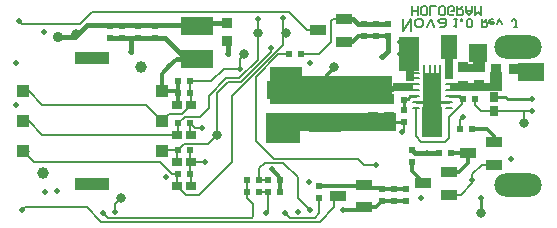
<source format=gbl>
G04 Layer_Physical_Order=4*
G04 Layer_Color=16711680*
%FSLAX25Y25*%
%MOIN*%
G70*
G01*
G75*
%ADD21R,0.02028X0.02362*%
%ADD22R,0.02362X0.02028*%
%ADD23R,0.03347X0.02559*%
G04:AMPARAMS|DCode=25|XSize=31.5mil|YSize=31.5mil|CornerRadius=15.75mil|HoleSize=0mil|Usage=FLASHONLY|Rotation=90.000|XOffset=0mil|YOffset=0mil|HoleType=Round|Shape=RoundedRectangle|*
%AMROUNDEDRECTD25*
21,1,0.03150,0.00000,0,0,90.0*
21,1,0.00000,0.03150,0,0,90.0*
1,1,0.03150,0.00000,0.00000*
1,1,0.03150,0.00000,0.00000*
1,1,0.03150,0.00000,0.00000*
1,1,0.03150,0.00000,0.00000*
%
%ADD25ROUNDEDRECTD25*%
%ADD26C,0.00700*%
%ADD27C,0.01200*%
%ADD29C,0.01500*%
%ADD30C,0.01000*%
%ADD35O,0.15748X0.07874*%
%ADD36C,0.03937*%
%ADD37C,0.02000*%
%ADD38C,0.03600*%
%ADD47R,0.05500X0.03500*%
%ADD48R,0.04331X0.03937*%
%ADD49R,0.11811X0.03937*%
%ADD50R,0.03700X0.03600*%
G04:AMPARAMS|DCode=51|XSize=9.45mil|YSize=23.62mil|CornerRadius=4.73mil|HoleSize=0mil|Usage=FLASHONLY|Rotation=90.000|XOffset=0mil|YOffset=0mil|HoleType=Round|Shape=RoundedRectangle|*
%AMROUNDEDRECTD51*
21,1,0.00945,0.01417,0,0,90.0*
21,1,0.00000,0.02362,0,0,90.0*
1,1,0.00945,0.00709,0.00000*
1,1,0.00945,0.00709,0.00000*
1,1,0.00945,-0.00709,0.00000*
1,1,0.00945,-0.00709,0.00000*
%
%ADD51ROUNDEDRECTD51*%
%ADD52R,0.00787X0.03150*%
%ADD53R,0.06220X0.11220*%
%ADD54R,0.02559X0.03347*%
%ADD55R,0.11000X0.06300*%
%ADD56R,0.03600X0.03700*%
%ADD57R,0.09000X0.06100*%
%ADD58R,0.05700X0.08200*%
%ADD59R,0.02600X0.07300*%
%ADD60R,0.40863X0.09263*%
%ADD61R,0.07137X0.03000*%
%ADD62R,0.07100X0.11300*%
%ADD63R,0.03000X0.14200*%
%ADD64R,0.17600X0.03000*%
%ADD65R,0.09000X0.03000*%
%ADD66R,0.04300X0.07300*%
%ADD67R,0.06500X0.10000*%
%ADD68R,0.43800X0.06000*%
%ADD69R,0.10500X0.07000*%
%ADD70R,0.11500X0.07500*%
%ADD71R,0.05900X0.05900*%
%ADD72R,0.04000X0.05300*%
D21*
X93018Y12000D02*
D03*
X88982D02*
D03*
X150018Y25000D02*
D03*
X145982D02*
D03*
X157018Y33000D02*
D03*
X152982D02*
D03*
X58982Y49000D02*
D03*
X63018D02*
D03*
Y35000D02*
D03*
X58982D02*
D03*
X63018Y18000D02*
D03*
X58982D02*
D03*
X93018Y16000D02*
D03*
X88982D02*
D03*
X63018Y26000D02*
D03*
X58982D02*
D03*
Y45000D02*
D03*
X63018D02*
D03*
X157818Y43000D02*
D03*
X153782D02*
D03*
X86018Y16000D02*
D03*
X81982D02*
D03*
X86018Y12000D02*
D03*
X81982D02*
D03*
X100018Y58000D02*
D03*
X95982D02*
D03*
D22*
X129000Y68018D02*
D03*
Y63982D02*
D03*
X135000Y8982D02*
D03*
Y13018D02*
D03*
X127000Y8982D02*
D03*
Y13018D02*
D03*
X131000Y8982D02*
D03*
Y13018D02*
D03*
X137000Y26018D02*
D03*
Y21982D02*
D03*
X134163Y39581D02*
D03*
Y35545D02*
D03*
Y46981D02*
D03*
Y42945D02*
D03*
X51200Y67518D02*
D03*
Y63482D02*
D03*
X40400Y67518D02*
D03*
Y63482D02*
D03*
X45600Y67518D02*
D03*
Y63482D02*
D03*
X36400Y67518D02*
D03*
Y63482D02*
D03*
X106000Y14018D02*
D03*
Y9982D02*
D03*
X121000Y68018D02*
D03*
Y63982D02*
D03*
X125000Y68018D02*
D03*
Y63982D02*
D03*
D23*
X63362Y41000D02*
D03*
X58638D02*
D03*
X58638Y22000D02*
D03*
X63362D02*
D03*
X58638Y14000D02*
D03*
X63362D02*
D03*
X58638Y31000D02*
D03*
X63362D02*
D03*
D25*
X40000Y10000D02*
D03*
X174200Y35100D02*
D03*
X160000Y5000D02*
D03*
X111000Y53900D02*
D03*
X25000Y64700D02*
D03*
X81000Y58000D02*
D03*
X85600Y65000D02*
D03*
X95000D02*
D03*
X72000Y31000D02*
D03*
D26*
X121000Y21000D02*
X125000D01*
X121000Y6000D02*
X121982Y6982D01*
X114000Y6018D02*
X114018Y6000D01*
X64495Y33523D02*
X67000D01*
X63018Y18000D02*
Y26000D01*
X100018Y58000D02*
X106000D01*
X110000Y62000D01*
Y69000D01*
X110700Y69700D01*
X114350D01*
X96000Y72000D02*
X102000Y66000D01*
X105650D01*
X92398Y58000D02*
X95982D01*
X85000Y29000D02*
Y50602D01*
X92398Y58000D01*
X94000Y61299D02*
Y70000D01*
X77000Y44299D02*
X94000Y61299D01*
X119000Y23000D02*
X121000Y21000D01*
X94697Y23000D02*
X119000D01*
X94533Y23165D02*
X94697Y23000D01*
X90835Y23165D02*
X94533D01*
X85000Y29000D02*
X90835Y23165D01*
X77000Y22000D02*
Y44299D01*
X86800Y55900D02*
X90100Y59200D01*
X86800Y55803D02*
Y55900D01*
X79797Y48800D02*
X86800Y55803D01*
X75497Y48800D02*
X79797D01*
X82000Y9982D02*
Y16000D01*
X99000Y10000D02*
X103000Y6000D01*
X99000Y10000D02*
Y17000D01*
X94035Y21965D02*
X99000Y17000D01*
X88000Y21965D02*
X94035D01*
X86018Y19982D02*
X88000Y21965D01*
X86018Y16000D02*
Y19982D01*
Y16000D02*
X88982D01*
X88200Y5000D02*
X88982Y5782D01*
Y12000D01*
X86018D02*
X88982D01*
X82000Y9982D02*
X84000Y7982D01*
Y4000D02*
Y7982D01*
X126618Y13400D02*
X127000Y13018D01*
X111000Y7000D02*
Y10000D01*
X106300Y2300D02*
X111000Y7000D01*
X33300Y2300D02*
X106300D01*
X63018Y18000D02*
X63362Y17655D01*
Y14000D02*
Y17655D01*
Y22000D02*
X68000D01*
X57000Y18000D02*
X58982D01*
X53000Y22000D02*
X57000Y18000D01*
X10933Y22000D02*
X53000D01*
X58638Y17655D02*
X58982Y18000D01*
X58638Y14000D02*
Y17655D01*
Y14000D02*
X61638Y11000D01*
X66000D01*
X58638Y25655D02*
X58982Y26000D01*
X58638Y22000D02*
Y25655D01*
X7110Y25823D02*
X10933Y22000D01*
X66000Y11000D02*
X77000Y22000D01*
X69200Y40000D02*
Y44200D01*
X66231Y37031D02*
X69200Y40000D01*
X61090Y37031D02*
X66231D01*
X59059Y35000D02*
X61090Y37031D01*
X58982Y35000D02*
X59059D01*
X13700Y31300D02*
X55000D01*
X55300Y31000D01*
X58638D01*
X58982Y31345D02*
Y35000D01*
X58638Y31000D02*
X58982Y31345D01*
X63018Y31345D02*
X63362Y31000D01*
X63018Y31345D02*
Y35000D01*
X64495Y33523D01*
X60362Y38000D02*
X63362Y41000D01*
X55744Y38000D02*
X60362D01*
X53567Y35823D02*
X55744Y38000D01*
X58982Y26000D02*
X61013Y28031D01*
X64384D01*
X64415Y28000D02*
X69000D01*
X64384Y28031D02*
X64415Y28000D01*
X69000D02*
X72000Y31000D01*
X70000Y49000D02*
X74100Y53100D01*
X63018Y49000D02*
X70000D01*
X63018Y45000D02*
Y49000D01*
Y45000D02*
X63362Y44655D01*
Y41000D02*
Y44655D01*
X53567Y25823D02*
X53744Y26000D01*
X58982D01*
X106000Y5000D02*
Y9982D01*
X104500Y3500D02*
X106000Y5000D01*
X96171Y3500D02*
X104500D01*
X160300Y21300D02*
X164350D01*
X157000Y18000D02*
X160300Y21300D01*
X157000Y16000D02*
Y18000D01*
X153300Y11300D02*
X157000Y15000D01*
X149350Y11300D02*
X153300D01*
X157000Y15000D02*
Y16000D01*
X174200Y35100D02*
Y39238D01*
X176762D01*
X164300D02*
X174200D01*
X176762D02*
X177000Y39000D01*
X38000Y8000D02*
X40000Y10000D01*
X85600Y69900D02*
Y70500D01*
Y65000D02*
Y69900D01*
Y56300D02*
Y65000D01*
X72000Y45303D02*
X75497Y48800D01*
X72000Y31000D02*
Y45303D01*
X8000Y7000D02*
X28600D01*
X7000Y6000D02*
X8000Y7000D01*
X6000Y69000D02*
X7000Y68000D01*
X26300D01*
X38000Y5500D02*
X38000Y5500D01*
X38000Y5500D02*
Y8000D01*
X79500Y56500D02*
X81000Y58000D01*
X79500Y53100D02*
Y56500D01*
X88200Y5000D02*
Y5600D01*
X140000Y28900D02*
X147900D01*
X138151Y30749D02*
Y40131D01*
X134363Y35667D02*
X135051Y34979D01*
X138151Y30749D02*
X140000Y28900D01*
X133700Y32000D02*
X134163Y32463D01*
Y35519D01*
Y35545D01*
X102482Y15518D02*
X102500Y15500D01*
X157818Y41282D02*
Y43000D01*
Y41282D02*
X159862Y39238D01*
X164300D01*
X30300Y72000D02*
X96000D01*
X7110Y35823D02*
X9177D01*
X13700Y31300D01*
X7110Y25823D02*
X9177D01*
X13700Y41300D02*
X48090D01*
X53567Y35823D01*
X26300Y68000D02*
X30300Y72000D01*
X7110Y45823D02*
X9177D01*
X13700Y41300D01*
X74100Y53100D02*
X79500D01*
X75000Y50000D02*
X79300D01*
X69200Y44200D02*
X75000Y50000D01*
X79300D02*
X85600Y56300D01*
X28600Y7000D02*
X33300Y2300D01*
X34000Y5000D02*
X35500Y3500D01*
X147900Y28900D02*
X149300Y30300D01*
X83500Y3500D02*
X84000Y4000D01*
X35500Y3500D02*
X83500D01*
X91356Y28756D02*
X92000Y29400D01*
X152982Y33000D02*
Y35982D01*
X154000Y37000D01*
X149300Y30300D02*
Y37300D01*
X153550Y41550D01*
Y43122D01*
X154028Y43600D01*
X94601Y5070D02*
X96171Y3500D01*
X151000Y69700D02*
X151833D01*
X151417D01*
Y67201D01*
X151000Y67617D01*
X153083Y69700D02*
Y69283D01*
X153499D01*
Y69700D01*
X153083D01*
X155165Y67617D02*
X155582Y67201D01*
X156415D01*
X156831Y67617D01*
Y69283D01*
X156415Y69700D01*
X155582D01*
X155165Y69283D01*
Y67617D01*
X160164Y69700D02*
Y67201D01*
X161413D01*
X161830Y67617D01*
Y68450D01*
X161413Y68867D01*
X160164D01*
X160997D02*
X161830Y69700D01*
X163912D02*
X163079D01*
X162663Y69283D01*
Y68450D01*
X163079Y68034D01*
X163912D01*
X164329Y68450D01*
Y68867D01*
X162663D01*
X165162Y68034D02*
X165995Y69700D01*
X166828Y68034D01*
X171827Y67201D02*
X170993D01*
X171410D01*
Y69283D01*
X170993Y69700D01*
X170577D01*
X170160Y69283D01*
X137000Y71001D02*
Y74000D01*
Y72500D01*
X138999D01*
Y71001D01*
Y74000D01*
X141499Y71001D02*
X140499D01*
X139999Y71501D01*
Y73500D01*
X140499Y74000D01*
X141499D01*
X141998Y73500D01*
Y71501D01*
X141499Y71001D01*
X142998D02*
Y74000D01*
X144997D01*
X147497Y71001D02*
X146497D01*
X145997Y71501D01*
Y73500D01*
X146497Y74000D01*
X147497D01*
X147996Y73500D01*
Y71501D01*
X147497Y71001D01*
X150996Y71501D02*
X150496Y71001D01*
X149496D01*
X148996Y71501D01*
Y73500D01*
X149496Y74000D01*
X150496D01*
X150996Y73500D01*
Y72500D01*
X149996D01*
X151995Y74000D02*
Y71001D01*
X153495D01*
X153995Y71501D01*
Y72500D01*
X153495Y73000D01*
X151995D01*
X152995D02*
X153995Y74000D01*
X154994D02*
Y72001D01*
X155994Y71001D01*
X156993Y72001D01*
Y74000D01*
Y72500D01*
X154994D01*
X157993Y74000D02*
Y71001D01*
X158993Y72001D01*
X159993Y71001D01*
Y74000D01*
X134000Y69700D02*
Y65801D01*
X136599Y69700D01*
Y65801D01*
X138549Y69700D02*
X139848D01*
X140498Y69050D01*
Y67751D01*
X139848Y67101D01*
X138549D01*
X137899Y67751D01*
Y69050D01*
X138549Y69700D01*
X141797Y67101D02*
X143097Y69700D01*
X144397Y67101D01*
X146346D02*
X147646D01*
X148295Y67751D01*
Y69700D01*
X146346D01*
X145696Y69050D01*
X146346Y68400D01*
X148295D01*
D27*
X114018Y6000D02*
X121000D01*
X114350Y62300D02*
X117300D01*
X118982Y63982D01*
X121000D01*
X125000D01*
X129000D01*
X93018Y12000D02*
Y16000D01*
Y16782D01*
X90100Y19700D02*
X93018Y16782D01*
X121982Y6982D02*
X125000D01*
X127000Y8982D01*
X131000D01*
X135000D01*
X131000Y13018D02*
X135000D01*
X127000D02*
X131000D01*
X58638Y41000D02*
X58982Y41344D01*
Y45000D01*
Y49000D01*
X58159Y45823D02*
X58982Y45000D01*
X53567Y45823D02*
X58159D01*
X53567Y51567D02*
X56000Y54000D01*
X53567Y45823D02*
Y51567D01*
X56000Y54000D02*
X58600Y56600D01*
X155650Y21650D02*
Y25000D01*
X152700Y18700D02*
X155650Y21650D01*
X149350Y18700D02*
X152700D01*
X150018Y25000D02*
X155650D01*
X164350Y28700D02*
Y30650D01*
X162000Y33000D02*
X164350Y30650D01*
X157018Y33000D02*
X162000D01*
X159300Y47450D02*
X160000Y46750D01*
X137000Y19000D02*
X139982Y16018D01*
X137000Y19000D02*
Y21982D01*
X139982Y15668D02*
X140650Y15000D01*
X139982Y15668D02*
Y16018D01*
X121000Y13400D02*
X126618D01*
X106000Y14018D02*
X121000D01*
D29*
X129000Y59100D02*
Y63982D01*
X126900Y57000D02*
X129000Y59100D01*
X121000Y68018D02*
X125000D01*
X129000D01*
X118982D02*
X121000D01*
X117300Y69700D02*
X118982Y68018D01*
X114350Y69700D02*
X117300D01*
X58600Y56600D02*
X65300D01*
X130755Y47055D02*
X134363D01*
X142000Y25000D02*
X145982D01*
X51200Y63482D02*
X54718D01*
X61400Y56800D01*
X65400Y67800D02*
X66150Y68550D01*
X73900D01*
X75400Y62450D02*
X75700Y62150D01*
Y58100D02*
Y62150D01*
X36400Y63482D02*
X40300D01*
X45600D02*
X50800D01*
X45600Y67818D02*
X45700Y67918D01*
X51200D02*
X51318Y67800D01*
X129363Y43187D02*
Y45663D01*
X130755Y47055D01*
X43100Y58700D02*
Y63482D01*
X18900Y63862D02*
X24462D01*
X137000Y26018D02*
X138018Y25000D01*
X40400Y63482D02*
X43100D01*
X45600D01*
X138018Y25000D02*
X142000D01*
X24462Y63862D02*
X28418Y67818D01*
X45600D01*
X45700Y67918D02*
X51200D01*
X51318Y67800D02*
X65400D01*
D30*
X143663Y43737D02*
Y46037D01*
Y43737D02*
X145300Y42100D01*
X142426D02*
X143663Y43337D01*
X138151Y42100D02*
X142426D01*
X134163Y35667D02*
X134363D01*
X130731Y35519D02*
X134163D01*
Y42945D02*
Y43019D01*
Y39581D02*
Y42945D01*
Y39555D02*
Y39581D01*
X169000Y43000D02*
X177000D01*
X168038Y43962D02*
X169000Y43000D01*
X164300Y43962D02*
X168038D01*
X160000Y5000D02*
Y10000D01*
X107800Y50700D02*
X111000Y53900D01*
X107800Y46200D02*
Y50700D01*
X152604Y44068D02*
X153550Y43122D01*
X134363Y43167D02*
X135493D01*
X136394Y44068D01*
X138151D01*
X129363Y36887D02*
X130731Y35519D01*
X134363Y39407D02*
Y39555D01*
Y43019D02*
Y43167D01*
X145300Y42100D02*
X149175D01*
X143663Y43337D02*
Y43737D01*
X149175Y44068D02*
X152604D01*
D35*
X172100Y60431D02*
D03*
Y14368D02*
D03*
D36*
X46677Y53933D02*
D03*
X14000Y18500D02*
D03*
D37*
X125000Y21000D02*
D03*
X103000Y55000D02*
D03*
X140000Y10000D02*
D03*
X68000Y22000D02*
D03*
X170000Y23000D02*
D03*
X177000Y43000D02*
D03*
Y39000D02*
D03*
X160000Y10000D02*
D03*
X5000Y55000D02*
D03*
X38000Y5500D02*
D03*
X157000Y60000D02*
D03*
X160000Y58000D02*
D03*
X133000D02*
D03*
Y62000D02*
D03*
X157000Y16000D02*
D03*
X6000Y69000D02*
D03*
X14200Y65600D02*
D03*
X14500Y12100D02*
D03*
X133700Y32000D02*
D03*
X98000Y29400D02*
D03*
X92000Y52400D02*
D03*
Y29400D02*
D03*
X95000Y52400D02*
D03*
X75700Y58100D02*
D03*
X85600Y69900D02*
D03*
X7000Y6000D02*
D03*
X141800Y49037D02*
D03*
X103000Y6000D02*
D03*
X34000Y5000D02*
D03*
X79500Y53100D02*
D03*
X94000Y70000D02*
D03*
X90000Y60000D02*
D03*
X18700Y12400D02*
D03*
X144800Y43132D02*
D03*
X102500Y15500D02*
D03*
X88200Y5000D02*
D03*
X126900Y57000D02*
D03*
X90100Y19700D02*
D03*
X55000Y17000D02*
D03*
X43100Y58700D02*
D03*
X141800Y47069D02*
D03*
X144800Y45100D02*
D03*
X141800Y43132D02*
D03*
X144800Y49037D02*
D03*
Y47069D02*
D03*
X141800Y45100D02*
D03*
X98000Y52400D02*
D03*
X95000Y29400D02*
D03*
X94601Y5070D02*
D03*
X99000Y5500D02*
D03*
X150100Y62500D02*
D03*
Y60000D02*
D03*
X142000Y25000D02*
D03*
X154000Y37000D02*
D03*
X5000Y41000D02*
D03*
X67000Y33623D02*
D03*
X56000Y54000D02*
D03*
X114000Y6000D02*
D03*
X177000Y52000D02*
D03*
Y50000D02*
D03*
D38*
X18900Y63862D02*
D03*
D47*
X112300Y10700D02*
D03*
X121000Y7000D02*
D03*
Y14400D02*
D03*
X164350Y28700D02*
D03*
Y21300D02*
D03*
X155650Y25000D02*
D03*
X149350Y18700D02*
D03*
Y11300D02*
D03*
X140650Y15000D02*
D03*
X105650Y66000D02*
D03*
X114350Y62300D02*
D03*
Y69700D02*
D03*
D48*
X53567Y45823D02*
D03*
Y35823D02*
D03*
Y25823D02*
D03*
X7110Y45823D02*
D03*
Y35823D02*
D03*
Y25823D02*
D03*
D49*
X30339Y56689D02*
D03*
Y14957D02*
D03*
D50*
X171050Y53000D02*
D03*
X164950D02*
D03*
D51*
X149175Y51943D02*
D03*
Y48006D02*
D03*
Y46037D02*
D03*
Y49974D02*
D03*
Y44068D02*
D03*
Y42100D02*
D03*
Y40131D02*
D03*
X138151Y51943D02*
D03*
Y49974D02*
D03*
Y48006D02*
D03*
Y44068D02*
D03*
Y42100D02*
D03*
Y46037D02*
D03*
Y40131D02*
D03*
D52*
X146379Y53124D02*
D03*
X144569D02*
D03*
X142757D02*
D03*
X146379Y38950D02*
D03*
X144569D02*
D03*
X142757D02*
D03*
X140946Y53124D02*
D03*
Y38950D02*
D03*
D53*
X143663Y46037D02*
D03*
D54*
X164300Y43962D02*
D03*
Y39238D02*
D03*
D55*
X65400Y67600D02*
D03*
Y56600D02*
D03*
X107800Y46200D02*
D03*
Y35200D02*
D03*
X94000Y46100D02*
D03*
Y35100D02*
D03*
D56*
X123863Y43087D02*
D03*
Y36987D02*
D03*
X159400Y53750D02*
D03*
Y47650D02*
D03*
X153800Y53650D02*
D03*
Y47550D02*
D03*
X117800Y43050D02*
D03*
Y36950D02*
D03*
X129363Y43087D02*
D03*
Y36987D02*
D03*
X75400Y68550D02*
D03*
Y62450D02*
D03*
D57*
X176500Y52050D02*
D03*
D58*
X149350Y60500D02*
D03*
D59*
X136100Y52950D02*
D03*
D60*
X109932Y46169D02*
D03*
D61*
X133932Y47037D02*
D03*
D62*
X135750Y58050D02*
D03*
D63*
X149300Y56700D02*
D03*
D64*
X158200Y47100D02*
D03*
D65*
X156800Y53600D02*
D03*
D66*
X159150Y55750D02*
D03*
D67*
X143550Y35600D02*
D03*
D68*
X109900D02*
D03*
D69*
X94750Y50400D02*
D03*
D70*
X93750Y32150D02*
D03*
D71*
X158950Y58350D02*
D03*
D72*
X165000Y49350D02*
D03*
M02*

</source>
